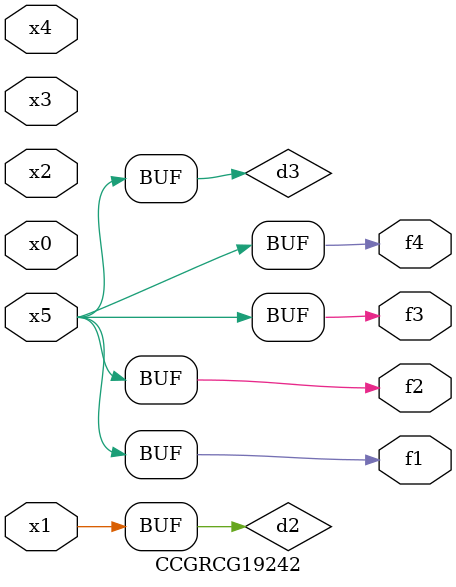
<source format=v>
module CCGRCG19242(
	input x0, x1, x2, x3, x4, x5,
	output f1, f2, f3, f4
);

	wire d1, d2, d3;

	not (d1, x5);
	or (d2, x1);
	xnor (d3, d1);
	assign f1 = d3;
	assign f2 = d3;
	assign f3 = d3;
	assign f4 = d3;
endmodule

</source>
